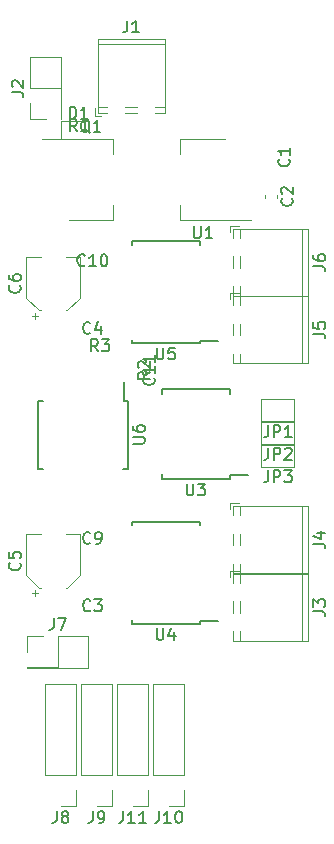
<source format=gto>
G04 #@! TF.GenerationSoftware,KiCad,Pcbnew,(5.0.0)*
G04 #@! TF.CreationDate,2018-10-16T17:28:41+01:00*
G04 #@! TF.ProjectId,Motor_Toshiba_Shield,4D6F746F725F546F73686962615F5368,rev?*
G04 #@! TF.SameCoordinates,Original*
G04 #@! TF.FileFunction,Legend,Top*
G04 #@! TF.FilePolarity,Positive*
%FSLAX46Y46*%
G04 Gerber Fmt 4.6, Leading zero omitted, Abs format (unit mm)*
G04 Created by KiCad (PCBNEW (5.0.0)) date 10/16/18 17:28:41*
%MOMM*%
%LPD*%
G01*
G04 APERTURE LIST*
%ADD10C,0.150000*%
%ADD11C,0.120000*%
G04 APERTURE END LIST*
D10*
G04 #@! TO.C,U3*
X131145000Y-98384000D02*
X131145000Y-98034000D01*
X125395000Y-98384000D02*
X125395000Y-97934000D01*
X125395000Y-90734000D02*
X125395000Y-91184000D01*
X131145000Y-90734000D02*
X131145000Y-91184000D01*
X131145000Y-98384000D02*
X125395000Y-98384000D01*
X131145000Y-90734000D02*
X125395000Y-90734000D01*
X131145000Y-98034000D02*
X132745000Y-98034000D01*
D11*
G04 #@! TO.C,C2*
X135130000Y-74284721D02*
X135130000Y-74610279D01*
X134110000Y-74284721D02*
X134110000Y-74610279D01*
G04 #@! TO.C,C5*
X114395000Y-108055000D02*
X114895000Y-108055000D01*
X114645000Y-108305000D02*
X114645000Y-107805000D01*
X117400563Y-107565000D02*
X118465000Y-106500563D01*
X115009437Y-107565000D02*
X113945000Y-106500563D01*
X115009437Y-107565000D02*
X115145000Y-107565000D01*
X117400563Y-107565000D02*
X117265000Y-107565000D01*
X118465000Y-106500563D02*
X118465000Y-103045000D01*
X113945000Y-106500563D02*
X113945000Y-103045000D01*
X113945000Y-103045000D02*
X115145000Y-103045000D01*
X118465000Y-103045000D02*
X117265000Y-103045000D01*
G04 #@! TO.C,C6*
X118465000Y-79550000D02*
X117265000Y-79550000D01*
X113945000Y-79550000D02*
X115145000Y-79550000D01*
X113945000Y-83005563D02*
X113945000Y-79550000D01*
X118465000Y-83005563D02*
X118465000Y-79550000D01*
X117400563Y-84070000D02*
X117265000Y-84070000D01*
X115009437Y-84070000D02*
X115145000Y-84070000D01*
X115009437Y-84070000D02*
X113945000Y-83005563D01*
X117400563Y-84070000D02*
X118465000Y-83005563D01*
X114645000Y-84810000D02*
X114645000Y-84310000D01*
X114395000Y-84560000D02*
X114895000Y-84560000D01*
G04 #@! TO.C,D1*
X119138500Y-68099000D02*
X116853500Y-68099000D01*
X116853500Y-68099000D02*
X116853500Y-69569000D01*
X116853500Y-69569000D02*
X119138500Y-69569000D01*
G04 #@! TO.C,J1*
X119979000Y-66862000D02*
X120749000Y-66862000D01*
X122329000Y-66862000D02*
X123289000Y-66862000D01*
X124869000Y-66862000D02*
X125639000Y-66862000D01*
X119979000Y-61562000D02*
X125639000Y-61562000D01*
X119979000Y-61102000D02*
X125639000Y-61102000D01*
X119979000Y-67422000D02*
X120749000Y-67422000D01*
X122329000Y-67422000D02*
X123289000Y-67422000D01*
X124869000Y-67422000D02*
X125639000Y-67422000D01*
X119979000Y-61102000D02*
X119979000Y-67422000D01*
X125639000Y-61102000D02*
X125639000Y-67422000D01*
X119739000Y-66922000D02*
X119739000Y-67662000D01*
X119739000Y-67662000D02*
X120239000Y-67662000D01*
G04 #@! TO.C,J2*
X114240000Y-67878000D02*
X114240000Y-66548000D01*
X115570000Y-67878000D02*
X114240000Y-67878000D01*
X114240000Y-65278000D02*
X114240000Y-62678000D01*
X116840000Y-65278000D02*
X114240000Y-65278000D01*
X116840000Y-67878000D02*
X116840000Y-65278000D01*
X114240000Y-62678000D02*
X116900000Y-62678000D01*
X116840000Y-67878000D02*
X116900000Y-67878000D01*
X116900000Y-67878000D02*
X116900000Y-62678000D01*
G04 #@! TO.C,J3*
X131220000Y-106150000D02*
X131220000Y-106650000D01*
X131960000Y-106150000D02*
X131220000Y-106150000D01*
X137780000Y-112050000D02*
X131460000Y-112050000D01*
X137780000Y-106390000D02*
X131460000Y-106390000D01*
X131460000Y-111280000D02*
X131460000Y-112050000D01*
X131460000Y-108740000D02*
X131460000Y-109700000D01*
X131460000Y-106390000D02*
X131460000Y-107160000D01*
X137780000Y-106390000D02*
X137780000Y-112050000D01*
X137320000Y-106390000D02*
X137320000Y-112050000D01*
X132020000Y-111280000D02*
X132020000Y-112050000D01*
X132020000Y-108740000D02*
X132020000Y-109700000D01*
X132020000Y-106390000D02*
X132020000Y-107160000D01*
G04 #@! TO.C,J4*
X132020000Y-100675000D02*
X132020000Y-101445000D01*
X132020000Y-103025000D02*
X132020000Y-103985000D01*
X132020000Y-105565000D02*
X132020000Y-106335000D01*
X137320000Y-100675000D02*
X137320000Y-106335000D01*
X137780000Y-100675000D02*
X137780000Y-106335000D01*
X131460000Y-100675000D02*
X131460000Y-101445000D01*
X131460000Y-103025000D02*
X131460000Y-103985000D01*
X131460000Y-105565000D02*
X131460000Y-106335000D01*
X137780000Y-100675000D02*
X131460000Y-100675000D01*
X137780000Y-106335000D02*
X131460000Y-106335000D01*
X131960000Y-100435000D02*
X131220000Y-100435000D01*
X131220000Y-100435000D02*
X131220000Y-100935000D01*
G04 #@! TO.C,J5*
X131220000Y-82655000D02*
X131220000Y-83155000D01*
X131960000Y-82655000D02*
X131220000Y-82655000D01*
X137780000Y-88555000D02*
X131460000Y-88555000D01*
X137780000Y-82895000D02*
X131460000Y-82895000D01*
X131460000Y-87785000D02*
X131460000Y-88555000D01*
X131460000Y-85245000D02*
X131460000Y-86205000D01*
X131460000Y-82895000D02*
X131460000Y-83665000D01*
X137780000Y-82895000D02*
X137780000Y-88555000D01*
X137320000Y-82895000D02*
X137320000Y-88555000D01*
X132020000Y-87785000D02*
X132020000Y-88555000D01*
X132020000Y-85245000D02*
X132020000Y-86205000D01*
X132020000Y-82895000D02*
X132020000Y-83665000D01*
G04 #@! TO.C,J6*
X132020000Y-77180000D02*
X132020000Y-77950000D01*
X132020000Y-79530000D02*
X132020000Y-80490000D01*
X132020000Y-82070000D02*
X132020000Y-82840000D01*
X137320000Y-77180000D02*
X137320000Y-82840000D01*
X137780000Y-77180000D02*
X137780000Y-82840000D01*
X131460000Y-77180000D02*
X131460000Y-77950000D01*
X131460000Y-79530000D02*
X131460000Y-80490000D01*
X131460000Y-82070000D02*
X131460000Y-82840000D01*
X137780000Y-77180000D02*
X131460000Y-77180000D01*
X137780000Y-82840000D02*
X131460000Y-82840000D01*
X131960000Y-76940000D02*
X131220000Y-76940000D01*
X131220000Y-76940000D02*
X131220000Y-77440000D01*
G04 #@! TO.C,J7*
X113986000Y-114360000D02*
X119186000Y-114360000D01*
X113986000Y-114300000D02*
X113986000Y-114360000D01*
X119186000Y-111700000D02*
X119186000Y-114360000D01*
X113986000Y-114300000D02*
X116586000Y-114300000D01*
X116586000Y-114300000D02*
X116586000Y-111700000D01*
X116586000Y-111700000D02*
X119186000Y-111700000D01*
X113986000Y-113030000D02*
X113986000Y-111700000D01*
X113986000Y-111700000D02*
X115316000Y-111700000D01*
G04 #@! TO.C,Q1*
X121315000Y-76435000D02*
X121315000Y-75175000D01*
X121315000Y-69615000D02*
X121315000Y-70875000D01*
X117555000Y-76435000D02*
X121315000Y-76435000D01*
X115305000Y-69615000D02*
X121315000Y-69615000D01*
G04 #@! TO.C,U1*
X126970000Y-69615000D02*
X126970000Y-70875000D01*
X126970000Y-76435000D02*
X126970000Y-75175000D01*
X130730000Y-69615000D02*
X126970000Y-69615000D01*
X132980000Y-76435000D02*
X126970000Y-76435000D01*
D10*
G04 #@! TO.C,U4*
X128605000Y-110399000D02*
X130205000Y-110399000D01*
X128605000Y-101974000D02*
X122855000Y-101974000D01*
X128605000Y-110624000D02*
X122855000Y-110624000D01*
X128605000Y-101974000D02*
X128605000Y-102274000D01*
X122855000Y-101974000D02*
X122855000Y-102274000D01*
X122855000Y-110624000D02*
X122855000Y-110324000D01*
X128605000Y-110624000D02*
X128605000Y-110399000D01*
G04 #@! TO.C,U5*
X128605000Y-86875000D02*
X128605000Y-86650000D01*
X122855000Y-86875000D02*
X122855000Y-86575000D01*
X122855000Y-78225000D02*
X122855000Y-78525000D01*
X128605000Y-78225000D02*
X128605000Y-78525000D01*
X128605000Y-86875000D02*
X122855000Y-86875000D01*
X128605000Y-78225000D02*
X122855000Y-78225000D01*
X128605000Y-86650000D02*
X130205000Y-86650000D01*
G04 #@! TO.C,U6*
X122220000Y-91740000D02*
X122220000Y-90140000D01*
X114920000Y-91740000D02*
X114920000Y-97490000D01*
X122570000Y-91740000D02*
X122570000Y-97490000D01*
X114920000Y-91740000D02*
X115370000Y-91740000D01*
X114920000Y-97490000D02*
X115370000Y-97490000D01*
X122570000Y-97490000D02*
X122120000Y-97490000D01*
X122570000Y-91740000D02*
X122220000Y-91740000D01*
D11*
G04 #@! TO.C,JP1*
X136640000Y-91583000D02*
X136640000Y-93583000D01*
X133840000Y-91583000D02*
X136640000Y-91583000D01*
X133840000Y-93583000D02*
X133840000Y-91583000D01*
X136640000Y-93583000D02*
X133840000Y-93583000D01*
G04 #@! TO.C,JP2*
X136640000Y-95488000D02*
X133840000Y-95488000D01*
X133840000Y-95488000D02*
X133840000Y-93488000D01*
X133840000Y-93488000D02*
X136640000Y-93488000D01*
X136640000Y-93488000D02*
X136640000Y-95488000D01*
G04 #@! TO.C,JP3*
X136640000Y-95393000D02*
X136640000Y-97393000D01*
X133840000Y-95393000D02*
X136640000Y-95393000D01*
X133840000Y-97393000D02*
X133840000Y-95393000D01*
X136640000Y-97393000D02*
X133840000Y-97393000D01*
G04 #@! TO.C,J8*
X118170000Y-115764000D02*
X115510000Y-115764000D01*
X118170000Y-123444000D02*
X118170000Y-115764000D01*
X115510000Y-123444000D02*
X115510000Y-115764000D01*
X118170000Y-123444000D02*
X115510000Y-123444000D01*
X118170000Y-124714000D02*
X118170000Y-126044000D01*
X118170000Y-126044000D02*
X116840000Y-126044000D01*
G04 #@! TO.C,J9*
X121218000Y-126044000D02*
X119888000Y-126044000D01*
X121218000Y-124714000D02*
X121218000Y-126044000D01*
X121218000Y-123444000D02*
X118558000Y-123444000D01*
X118558000Y-123444000D02*
X118558000Y-115764000D01*
X121218000Y-123444000D02*
X121218000Y-115764000D01*
X121218000Y-115764000D02*
X118558000Y-115764000D01*
G04 #@! TO.C,J10*
X127314000Y-115764000D02*
X124654000Y-115764000D01*
X127314000Y-123444000D02*
X127314000Y-115764000D01*
X124654000Y-123444000D02*
X124654000Y-115764000D01*
X127314000Y-123444000D02*
X124654000Y-123444000D01*
X127314000Y-124714000D02*
X127314000Y-126044000D01*
X127314000Y-126044000D02*
X125984000Y-126044000D01*
G04 #@! TO.C,J11*
X124266000Y-126044000D02*
X122936000Y-126044000D01*
X124266000Y-124714000D02*
X124266000Y-126044000D01*
X124266000Y-123444000D02*
X121606000Y-123444000D01*
X121606000Y-123444000D02*
X121606000Y-115764000D01*
X124266000Y-123444000D02*
X124266000Y-115764000D01*
X124266000Y-115764000D02*
X121606000Y-115764000D01*
G04 #@! TO.C,U3*
D10*
X127508095Y-98761380D02*
X127508095Y-99570904D01*
X127555714Y-99666142D01*
X127603333Y-99713761D01*
X127698571Y-99761380D01*
X127889047Y-99761380D01*
X127984285Y-99713761D01*
X128031904Y-99666142D01*
X128079523Y-99570904D01*
X128079523Y-98761380D01*
X128460476Y-98761380D02*
X129079523Y-98761380D01*
X128746190Y-99142333D01*
X128889047Y-99142333D01*
X128984285Y-99189952D01*
X129031904Y-99237571D01*
X129079523Y-99332809D01*
X129079523Y-99570904D01*
X129031904Y-99666142D01*
X128984285Y-99713761D01*
X128889047Y-99761380D01*
X128603333Y-99761380D01*
X128508095Y-99713761D01*
X128460476Y-99666142D01*
G04 #@! TO.C,C1*
X136147142Y-71286666D02*
X136194761Y-71334285D01*
X136242380Y-71477142D01*
X136242380Y-71572380D01*
X136194761Y-71715238D01*
X136099523Y-71810476D01*
X136004285Y-71858095D01*
X135813809Y-71905714D01*
X135670952Y-71905714D01*
X135480476Y-71858095D01*
X135385238Y-71810476D01*
X135290000Y-71715238D01*
X135242380Y-71572380D01*
X135242380Y-71477142D01*
X135290000Y-71334285D01*
X135337619Y-71286666D01*
X136242380Y-70334285D02*
X136242380Y-70905714D01*
X136242380Y-70620000D02*
X135242380Y-70620000D01*
X135385238Y-70715238D01*
X135480476Y-70810476D01*
X135528095Y-70905714D01*
G04 #@! TO.C,C2*
X136407142Y-74614166D02*
X136454761Y-74661785D01*
X136502380Y-74804642D01*
X136502380Y-74899880D01*
X136454761Y-75042738D01*
X136359523Y-75137976D01*
X136264285Y-75185595D01*
X136073809Y-75233214D01*
X135930952Y-75233214D01*
X135740476Y-75185595D01*
X135645238Y-75137976D01*
X135550000Y-75042738D01*
X135502380Y-74899880D01*
X135502380Y-74804642D01*
X135550000Y-74661785D01*
X135597619Y-74614166D01*
X135597619Y-74233214D02*
X135550000Y-74185595D01*
X135502380Y-74090357D01*
X135502380Y-73852261D01*
X135550000Y-73757023D01*
X135597619Y-73709404D01*
X135692857Y-73661785D01*
X135788095Y-73661785D01*
X135930952Y-73709404D01*
X136502380Y-74280833D01*
X136502380Y-73661785D01*
G04 #@! TO.C,C3*
X119363333Y-109477142D02*
X119315714Y-109524761D01*
X119172857Y-109572380D01*
X119077619Y-109572380D01*
X118934761Y-109524761D01*
X118839523Y-109429523D01*
X118791904Y-109334285D01*
X118744285Y-109143809D01*
X118744285Y-109000952D01*
X118791904Y-108810476D01*
X118839523Y-108715238D01*
X118934761Y-108620000D01*
X119077619Y-108572380D01*
X119172857Y-108572380D01*
X119315714Y-108620000D01*
X119363333Y-108667619D01*
X119696666Y-108572380D02*
X120315714Y-108572380D01*
X119982380Y-108953333D01*
X120125238Y-108953333D01*
X120220476Y-109000952D01*
X120268095Y-109048571D01*
X120315714Y-109143809D01*
X120315714Y-109381904D01*
X120268095Y-109477142D01*
X120220476Y-109524761D01*
X120125238Y-109572380D01*
X119839523Y-109572380D01*
X119744285Y-109524761D01*
X119696666Y-109477142D01*
G04 #@! TO.C,C4*
X119363333Y-85982142D02*
X119315714Y-86029761D01*
X119172857Y-86077380D01*
X119077619Y-86077380D01*
X118934761Y-86029761D01*
X118839523Y-85934523D01*
X118791904Y-85839285D01*
X118744285Y-85648809D01*
X118744285Y-85505952D01*
X118791904Y-85315476D01*
X118839523Y-85220238D01*
X118934761Y-85125000D01*
X119077619Y-85077380D01*
X119172857Y-85077380D01*
X119315714Y-85125000D01*
X119363333Y-85172619D01*
X120220476Y-85410714D02*
X120220476Y-86077380D01*
X119982380Y-85029761D02*
X119744285Y-85744047D01*
X120363333Y-85744047D01*
G04 #@! TO.C,C5*
X113362142Y-105471666D02*
X113409761Y-105519285D01*
X113457380Y-105662142D01*
X113457380Y-105757380D01*
X113409761Y-105900238D01*
X113314523Y-105995476D01*
X113219285Y-106043095D01*
X113028809Y-106090714D01*
X112885952Y-106090714D01*
X112695476Y-106043095D01*
X112600238Y-105995476D01*
X112505000Y-105900238D01*
X112457380Y-105757380D01*
X112457380Y-105662142D01*
X112505000Y-105519285D01*
X112552619Y-105471666D01*
X112457380Y-104566904D02*
X112457380Y-105043095D01*
X112933571Y-105090714D01*
X112885952Y-105043095D01*
X112838333Y-104947857D01*
X112838333Y-104709761D01*
X112885952Y-104614523D01*
X112933571Y-104566904D01*
X113028809Y-104519285D01*
X113266904Y-104519285D01*
X113362142Y-104566904D01*
X113409761Y-104614523D01*
X113457380Y-104709761D01*
X113457380Y-104947857D01*
X113409761Y-105043095D01*
X113362142Y-105090714D01*
G04 #@! TO.C,C6*
X113362142Y-81976666D02*
X113409761Y-82024285D01*
X113457380Y-82167142D01*
X113457380Y-82262380D01*
X113409761Y-82405238D01*
X113314523Y-82500476D01*
X113219285Y-82548095D01*
X113028809Y-82595714D01*
X112885952Y-82595714D01*
X112695476Y-82548095D01*
X112600238Y-82500476D01*
X112505000Y-82405238D01*
X112457380Y-82262380D01*
X112457380Y-82167142D01*
X112505000Y-82024285D01*
X112552619Y-81976666D01*
X112457380Y-81119523D02*
X112457380Y-81310000D01*
X112505000Y-81405238D01*
X112552619Y-81452857D01*
X112695476Y-81548095D01*
X112885952Y-81595714D01*
X113266904Y-81595714D01*
X113362142Y-81548095D01*
X113409761Y-81500476D01*
X113457380Y-81405238D01*
X113457380Y-81214761D01*
X113409761Y-81119523D01*
X113362142Y-81071904D01*
X113266904Y-81024285D01*
X113028809Y-81024285D01*
X112933571Y-81071904D01*
X112885952Y-81119523D01*
X112838333Y-81214761D01*
X112838333Y-81405238D01*
X112885952Y-81500476D01*
X112933571Y-81548095D01*
X113028809Y-81595714D01*
G04 #@! TO.C,C9*
X119363333Y-103762142D02*
X119315714Y-103809761D01*
X119172857Y-103857380D01*
X119077619Y-103857380D01*
X118934761Y-103809761D01*
X118839523Y-103714523D01*
X118791904Y-103619285D01*
X118744285Y-103428809D01*
X118744285Y-103285952D01*
X118791904Y-103095476D01*
X118839523Y-103000238D01*
X118934761Y-102905000D01*
X119077619Y-102857380D01*
X119172857Y-102857380D01*
X119315714Y-102905000D01*
X119363333Y-102952619D01*
X119839523Y-103857380D02*
X120030000Y-103857380D01*
X120125238Y-103809761D01*
X120172857Y-103762142D01*
X120268095Y-103619285D01*
X120315714Y-103428809D01*
X120315714Y-103047857D01*
X120268095Y-102952619D01*
X120220476Y-102905000D01*
X120125238Y-102857380D01*
X119934761Y-102857380D01*
X119839523Y-102905000D01*
X119791904Y-102952619D01*
X119744285Y-103047857D01*
X119744285Y-103285952D01*
X119791904Y-103381190D01*
X119839523Y-103428809D01*
X119934761Y-103476428D01*
X120125238Y-103476428D01*
X120220476Y-103428809D01*
X120268095Y-103381190D01*
X120315714Y-103285952D01*
G04 #@! TO.C,C10*
X118887142Y-80267142D02*
X118839523Y-80314761D01*
X118696666Y-80362380D01*
X118601428Y-80362380D01*
X118458571Y-80314761D01*
X118363333Y-80219523D01*
X118315714Y-80124285D01*
X118268095Y-79933809D01*
X118268095Y-79790952D01*
X118315714Y-79600476D01*
X118363333Y-79505238D01*
X118458571Y-79410000D01*
X118601428Y-79362380D01*
X118696666Y-79362380D01*
X118839523Y-79410000D01*
X118887142Y-79457619D01*
X119839523Y-80362380D02*
X119268095Y-80362380D01*
X119553809Y-80362380D02*
X119553809Y-79362380D01*
X119458571Y-79505238D01*
X119363333Y-79600476D01*
X119268095Y-79648095D01*
X120458571Y-79362380D02*
X120553809Y-79362380D01*
X120649047Y-79410000D01*
X120696666Y-79457619D01*
X120744285Y-79552857D01*
X120791904Y-79743333D01*
X120791904Y-79981428D01*
X120744285Y-80171904D01*
X120696666Y-80267142D01*
X120649047Y-80314761D01*
X120553809Y-80362380D01*
X120458571Y-80362380D01*
X120363333Y-80314761D01*
X120315714Y-80267142D01*
X120268095Y-80171904D01*
X120220476Y-79981428D01*
X120220476Y-79743333D01*
X120268095Y-79552857D01*
X120315714Y-79457619D01*
X120363333Y-79410000D01*
X120458571Y-79362380D01*
G04 #@! TO.C,C11*
X124717142Y-89796857D02*
X124764761Y-89844476D01*
X124812380Y-89987333D01*
X124812380Y-90082571D01*
X124764761Y-90225428D01*
X124669523Y-90320666D01*
X124574285Y-90368285D01*
X124383809Y-90415904D01*
X124240952Y-90415904D01*
X124050476Y-90368285D01*
X123955238Y-90320666D01*
X123860000Y-90225428D01*
X123812380Y-90082571D01*
X123812380Y-89987333D01*
X123860000Y-89844476D01*
X123907619Y-89796857D01*
X124812380Y-88844476D02*
X124812380Y-89415904D01*
X124812380Y-89130190D02*
X123812380Y-89130190D01*
X123955238Y-89225428D01*
X124050476Y-89320666D01*
X124098095Y-89415904D01*
X124812380Y-87892095D02*
X124812380Y-88463523D01*
X124812380Y-88177809D02*
X123812380Y-88177809D01*
X123955238Y-88273047D01*
X124050476Y-88368285D01*
X124098095Y-88463523D01*
G04 #@! TO.C,D1*
X117600404Y-67856380D02*
X117600404Y-66856380D01*
X117838500Y-66856380D01*
X117981357Y-66904000D01*
X118076595Y-66999238D01*
X118124214Y-67094476D01*
X118171833Y-67284952D01*
X118171833Y-67427809D01*
X118124214Y-67618285D01*
X118076595Y-67713523D01*
X117981357Y-67808761D01*
X117838500Y-67856380D01*
X117600404Y-67856380D01*
X119124214Y-67856380D02*
X118552785Y-67856380D01*
X118838500Y-67856380D02*
X118838500Y-66856380D01*
X118743261Y-66999238D01*
X118648023Y-67094476D01*
X118552785Y-67142095D01*
G04 #@! TO.C,J1*
X122475666Y-59554380D02*
X122475666Y-60268666D01*
X122428047Y-60411523D01*
X122332809Y-60506761D01*
X122189952Y-60554380D01*
X122094714Y-60554380D01*
X123475666Y-60554380D02*
X122904238Y-60554380D01*
X123189952Y-60554380D02*
X123189952Y-59554380D01*
X123094714Y-59697238D01*
X122999476Y-59792476D01*
X122904238Y-59840095D01*
G04 #@! TO.C,J2*
X112692380Y-65611333D02*
X113406666Y-65611333D01*
X113549523Y-65658952D01*
X113644761Y-65754190D01*
X113692380Y-65897047D01*
X113692380Y-65992285D01*
X112787619Y-65182761D02*
X112740000Y-65135142D01*
X112692380Y-65039904D01*
X112692380Y-64801809D01*
X112740000Y-64706571D01*
X112787619Y-64658952D01*
X112882857Y-64611333D01*
X112978095Y-64611333D01*
X113120952Y-64658952D01*
X113692380Y-65230380D01*
X113692380Y-64611333D01*
G04 #@! TO.C,J3*
X138232380Y-109553333D02*
X138946666Y-109553333D01*
X139089523Y-109600952D01*
X139184761Y-109696190D01*
X139232380Y-109839047D01*
X139232380Y-109934285D01*
X138232380Y-109172380D02*
X138232380Y-108553333D01*
X138613333Y-108886666D01*
X138613333Y-108743809D01*
X138660952Y-108648571D01*
X138708571Y-108600952D01*
X138803809Y-108553333D01*
X139041904Y-108553333D01*
X139137142Y-108600952D01*
X139184761Y-108648571D01*
X139232380Y-108743809D01*
X139232380Y-109029523D01*
X139184761Y-109124761D01*
X139137142Y-109172380D01*
G04 #@! TO.C,J4*
X138232380Y-103838333D02*
X138946666Y-103838333D01*
X139089523Y-103885952D01*
X139184761Y-103981190D01*
X139232380Y-104124047D01*
X139232380Y-104219285D01*
X138565714Y-102933571D02*
X139232380Y-102933571D01*
X138184761Y-103171666D02*
X138899047Y-103409761D01*
X138899047Y-102790714D01*
G04 #@! TO.C,J5*
X138232380Y-86058333D02*
X138946666Y-86058333D01*
X139089523Y-86105952D01*
X139184761Y-86201190D01*
X139232380Y-86344047D01*
X139232380Y-86439285D01*
X138232380Y-85105952D02*
X138232380Y-85582142D01*
X138708571Y-85629761D01*
X138660952Y-85582142D01*
X138613333Y-85486904D01*
X138613333Y-85248809D01*
X138660952Y-85153571D01*
X138708571Y-85105952D01*
X138803809Y-85058333D01*
X139041904Y-85058333D01*
X139137142Y-85105952D01*
X139184761Y-85153571D01*
X139232380Y-85248809D01*
X139232380Y-85486904D01*
X139184761Y-85582142D01*
X139137142Y-85629761D01*
G04 #@! TO.C,J6*
X138232380Y-80343333D02*
X138946666Y-80343333D01*
X139089523Y-80390952D01*
X139184761Y-80486190D01*
X139232380Y-80629047D01*
X139232380Y-80724285D01*
X138232380Y-79438571D02*
X138232380Y-79629047D01*
X138280000Y-79724285D01*
X138327619Y-79771904D01*
X138470476Y-79867142D01*
X138660952Y-79914761D01*
X139041904Y-79914761D01*
X139137142Y-79867142D01*
X139184761Y-79819523D01*
X139232380Y-79724285D01*
X139232380Y-79533809D01*
X139184761Y-79438571D01*
X139137142Y-79390952D01*
X139041904Y-79343333D01*
X138803809Y-79343333D01*
X138708571Y-79390952D01*
X138660952Y-79438571D01*
X138613333Y-79533809D01*
X138613333Y-79724285D01*
X138660952Y-79819523D01*
X138708571Y-79867142D01*
X138803809Y-79914761D01*
G04 #@! TO.C,J7*
X116252666Y-110152380D02*
X116252666Y-110866666D01*
X116205047Y-111009523D01*
X116109809Y-111104761D01*
X115966952Y-111152380D01*
X115871714Y-111152380D01*
X116633619Y-110152380D02*
X117300285Y-110152380D01*
X116871714Y-111152380D01*
G04 #@! TO.C,Q1*
X119309761Y-69072619D02*
X119214523Y-69025000D01*
X119119285Y-68929761D01*
X118976428Y-68786904D01*
X118881190Y-68739285D01*
X118785952Y-68739285D01*
X118833571Y-68977380D02*
X118738333Y-68929761D01*
X118643095Y-68834523D01*
X118595476Y-68644047D01*
X118595476Y-68310714D01*
X118643095Y-68120238D01*
X118738333Y-68025000D01*
X118833571Y-67977380D01*
X119024047Y-67977380D01*
X119119285Y-68025000D01*
X119214523Y-68120238D01*
X119262142Y-68310714D01*
X119262142Y-68644047D01*
X119214523Y-68834523D01*
X119119285Y-68929761D01*
X119024047Y-68977380D01*
X118833571Y-68977380D01*
X120214523Y-68977380D02*
X119643095Y-68977380D01*
X119928809Y-68977380D02*
X119928809Y-67977380D01*
X119833571Y-68120238D01*
X119738333Y-68215476D01*
X119643095Y-68263095D01*
G04 #@! TO.C,R1*
X118220333Y-68932380D02*
X117887000Y-68456190D01*
X117648904Y-68932380D02*
X117648904Y-67932380D01*
X118029857Y-67932380D01*
X118125095Y-67980000D01*
X118172714Y-68027619D01*
X118220333Y-68122857D01*
X118220333Y-68265714D01*
X118172714Y-68360952D01*
X118125095Y-68408571D01*
X118029857Y-68456190D01*
X117648904Y-68456190D01*
X119172714Y-68932380D02*
X118601285Y-68932380D01*
X118887000Y-68932380D02*
X118887000Y-67932380D01*
X118791761Y-68075238D01*
X118696523Y-68170476D01*
X118601285Y-68218095D01*
G04 #@! TO.C,R2*
X124377380Y-89343666D02*
X123901190Y-89677000D01*
X124377380Y-89915095D02*
X123377380Y-89915095D01*
X123377380Y-89534142D01*
X123425000Y-89438904D01*
X123472619Y-89391285D01*
X123567857Y-89343666D01*
X123710714Y-89343666D01*
X123805952Y-89391285D01*
X123853571Y-89438904D01*
X123901190Y-89534142D01*
X123901190Y-89915095D01*
X123472619Y-88962714D02*
X123425000Y-88915095D01*
X123377380Y-88819857D01*
X123377380Y-88581761D01*
X123425000Y-88486523D01*
X123472619Y-88438904D01*
X123567857Y-88391285D01*
X123663095Y-88391285D01*
X123805952Y-88438904D01*
X124377380Y-89010333D01*
X124377380Y-88391285D01*
G04 #@! TO.C,R3*
X119998333Y-87547380D02*
X119665000Y-87071190D01*
X119426904Y-87547380D02*
X119426904Y-86547380D01*
X119807857Y-86547380D01*
X119903095Y-86595000D01*
X119950714Y-86642619D01*
X119998333Y-86737857D01*
X119998333Y-86880714D01*
X119950714Y-86975952D01*
X119903095Y-87023571D01*
X119807857Y-87071190D01*
X119426904Y-87071190D01*
X120331666Y-86547380D02*
X120950714Y-86547380D01*
X120617380Y-86928333D01*
X120760238Y-86928333D01*
X120855476Y-86975952D01*
X120903095Y-87023571D01*
X120950714Y-87118809D01*
X120950714Y-87356904D01*
X120903095Y-87452142D01*
X120855476Y-87499761D01*
X120760238Y-87547380D01*
X120474523Y-87547380D01*
X120379285Y-87499761D01*
X120331666Y-87452142D01*
G04 #@! TO.C,U1*
X128118095Y-76977380D02*
X128118095Y-77786904D01*
X128165714Y-77882142D01*
X128213333Y-77929761D01*
X128308571Y-77977380D01*
X128499047Y-77977380D01*
X128594285Y-77929761D01*
X128641904Y-77882142D01*
X128689523Y-77786904D01*
X128689523Y-76977380D01*
X129689523Y-77977380D02*
X129118095Y-77977380D01*
X129403809Y-77977380D02*
X129403809Y-76977380D01*
X129308571Y-77120238D01*
X129213333Y-77215476D01*
X129118095Y-77263095D01*
G04 #@! TO.C,U4*
X124968095Y-111001380D02*
X124968095Y-111810904D01*
X125015714Y-111906142D01*
X125063333Y-111953761D01*
X125158571Y-112001380D01*
X125349047Y-112001380D01*
X125444285Y-111953761D01*
X125491904Y-111906142D01*
X125539523Y-111810904D01*
X125539523Y-111001380D01*
X126444285Y-111334714D02*
X126444285Y-112001380D01*
X126206190Y-110953761D02*
X125968095Y-111668047D01*
X126587142Y-111668047D01*
G04 #@! TO.C,U5*
X124968095Y-87252380D02*
X124968095Y-88061904D01*
X125015714Y-88157142D01*
X125063333Y-88204761D01*
X125158571Y-88252380D01*
X125349047Y-88252380D01*
X125444285Y-88204761D01*
X125491904Y-88157142D01*
X125539523Y-88061904D01*
X125539523Y-87252380D01*
X126491904Y-87252380D02*
X126015714Y-87252380D01*
X125968095Y-87728571D01*
X126015714Y-87680952D01*
X126110952Y-87633333D01*
X126349047Y-87633333D01*
X126444285Y-87680952D01*
X126491904Y-87728571D01*
X126539523Y-87823809D01*
X126539523Y-88061904D01*
X126491904Y-88157142D01*
X126444285Y-88204761D01*
X126349047Y-88252380D01*
X126110952Y-88252380D01*
X126015714Y-88204761D01*
X125968095Y-88157142D01*
G04 #@! TO.C,U6*
X122947380Y-95376904D02*
X123756904Y-95376904D01*
X123852142Y-95329285D01*
X123899761Y-95281666D01*
X123947380Y-95186428D01*
X123947380Y-94995952D01*
X123899761Y-94900714D01*
X123852142Y-94853095D01*
X123756904Y-94805476D01*
X122947380Y-94805476D01*
X122947380Y-93900714D02*
X122947380Y-94091190D01*
X122995000Y-94186428D01*
X123042619Y-94234047D01*
X123185476Y-94329285D01*
X123375952Y-94376904D01*
X123756904Y-94376904D01*
X123852142Y-94329285D01*
X123899761Y-94281666D01*
X123947380Y-94186428D01*
X123947380Y-93995952D01*
X123899761Y-93900714D01*
X123852142Y-93853095D01*
X123756904Y-93805476D01*
X123518809Y-93805476D01*
X123423571Y-93853095D01*
X123375952Y-93900714D01*
X123328333Y-93995952D01*
X123328333Y-94186428D01*
X123375952Y-94281666D01*
X123423571Y-94329285D01*
X123518809Y-94376904D01*
G04 #@! TO.C,JP1*
X134406666Y-93835380D02*
X134406666Y-94549666D01*
X134359047Y-94692523D01*
X134263809Y-94787761D01*
X134120952Y-94835380D01*
X134025714Y-94835380D01*
X134882857Y-94835380D02*
X134882857Y-93835380D01*
X135263809Y-93835380D01*
X135359047Y-93883000D01*
X135406666Y-93930619D01*
X135454285Y-94025857D01*
X135454285Y-94168714D01*
X135406666Y-94263952D01*
X135359047Y-94311571D01*
X135263809Y-94359190D01*
X134882857Y-94359190D01*
X136406666Y-94835380D02*
X135835238Y-94835380D01*
X136120952Y-94835380D02*
X136120952Y-93835380D01*
X136025714Y-93978238D01*
X135930476Y-94073476D01*
X135835238Y-94121095D01*
G04 #@! TO.C,JP2*
X134406666Y-95740380D02*
X134406666Y-96454666D01*
X134359047Y-96597523D01*
X134263809Y-96692761D01*
X134120952Y-96740380D01*
X134025714Y-96740380D01*
X134882857Y-96740380D02*
X134882857Y-95740380D01*
X135263809Y-95740380D01*
X135359047Y-95788000D01*
X135406666Y-95835619D01*
X135454285Y-95930857D01*
X135454285Y-96073714D01*
X135406666Y-96168952D01*
X135359047Y-96216571D01*
X135263809Y-96264190D01*
X134882857Y-96264190D01*
X135835238Y-95835619D02*
X135882857Y-95788000D01*
X135978095Y-95740380D01*
X136216190Y-95740380D01*
X136311428Y-95788000D01*
X136359047Y-95835619D01*
X136406666Y-95930857D01*
X136406666Y-96026095D01*
X136359047Y-96168952D01*
X135787619Y-96740380D01*
X136406666Y-96740380D01*
G04 #@! TO.C,JP3*
X134406666Y-97645380D02*
X134406666Y-98359666D01*
X134359047Y-98502523D01*
X134263809Y-98597761D01*
X134120952Y-98645380D01*
X134025714Y-98645380D01*
X134882857Y-98645380D02*
X134882857Y-97645380D01*
X135263809Y-97645380D01*
X135359047Y-97693000D01*
X135406666Y-97740619D01*
X135454285Y-97835857D01*
X135454285Y-97978714D01*
X135406666Y-98073952D01*
X135359047Y-98121571D01*
X135263809Y-98169190D01*
X134882857Y-98169190D01*
X135787619Y-97645380D02*
X136406666Y-97645380D01*
X136073333Y-98026333D01*
X136216190Y-98026333D01*
X136311428Y-98073952D01*
X136359047Y-98121571D01*
X136406666Y-98216809D01*
X136406666Y-98454904D01*
X136359047Y-98550142D01*
X136311428Y-98597761D01*
X136216190Y-98645380D01*
X135930476Y-98645380D01*
X135835238Y-98597761D01*
X135787619Y-98550142D01*
G04 #@! TO.C,J8*
X116506666Y-126496380D02*
X116506666Y-127210666D01*
X116459047Y-127353523D01*
X116363809Y-127448761D01*
X116220952Y-127496380D01*
X116125714Y-127496380D01*
X117125714Y-126924952D02*
X117030476Y-126877333D01*
X116982857Y-126829714D01*
X116935238Y-126734476D01*
X116935238Y-126686857D01*
X116982857Y-126591619D01*
X117030476Y-126544000D01*
X117125714Y-126496380D01*
X117316190Y-126496380D01*
X117411428Y-126544000D01*
X117459047Y-126591619D01*
X117506666Y-126686857D01*
X117506666Y-126734476D01*
X117459047Y-126829714D01*
X117411428Y-126877333D01*
X117316190Y-126924952D01*
X117125714Y-126924952D01*
X117030476Y-126972571D01*
X116982857Y-127020190D01*
X116935238Y-127115428D01*
X116935238Y-127305904D01*
X116982857Y-127401142D01*
X117030476Y-127448761D01*
X117125714Y-127496380D01*
X117316190Y-127496380D01*
X117411428Y-127448761D01*
X117459047Y-127401142D01*
X117506666Y-127305904D01*
X117506666Y-127115428D01*
X117459047Y-127020190D01*
X117411428Y-126972571D01*
X117316190Y-126924952D01*
G04 #@! TO.C,J9*
X119554666Y-126496380D02*
X119554666Y-127210666D01*
X119507047Y-127353523D01*
X119411809Y-127448761D01*
X119268952Y-127496380D01*
X119173714Y-127496380D01*
X120078476Y-127496380D02*
X120268952Y-127496380D01*
X120364190Y-127448761D01*
X120411809Y-127401142D01*
X120507047Y-127258285D01*
X120554666Y-127067809D01*
X120554666Y-126686857D01*
X120507047Y-126591619D01*
X120459428Y-126544000D01*
X120364190Y-126496380D01*
X120173714Y-126496380D01*
X120078476Y-126544000D01*
X120030857Y-126591619D01*
X119983238Y-126686857D01*
X119983238Y-126924952D01*
X120030857Y-127020190D01*
X120078476Y-127067809D01*
X120173714Y-127115428D01*
X120364190Y-127115428D01*
X120459428Y-127067809D01*
X120507047Y-127020190D01*
X120554666Y-126924952D01*
G04 #@! TO.C,J10*
X125174476Y-126496380D02*
X125174476Y-127210666D01*
X125126857Y-127353523D01*
X125031619Y-127448761D01*
X124888761Y-127496380D01*
X124793523Y-127496380D01*
X126174476Y-127496380D02*
X125603047Y-127496380D01*
X125888761Y-127496380D02*
X125888761Y-126496380D01*
X125793523Y-126639238D01*
X125698285Y-126734476D01*
X125603047Y-126782095D01*
X126793523Y-126496380D02*
X126888761Y-126496380D01*
X126984000Y-126544000D01*
X127031619Y-126591619D01*
X127079238Y-126686857D01*
X127126857Y-126877333D01*
X127126857Y-127115428D01*
X127079238Y-127305904D01*
X127031619Y-127401142D01*
X126984000Y-127448761D01*
X126888761Y-127496380D01*
X126793523Y-127496380D01*
X126698285Y-127448761D01*
X126650666Y-127401142D01*
X126603047Y-127305904D01*
X126555428Y-127115428D01*
X126555428Y-126877333D01*
X126603047Y-126686857D01*
X126650666Y-126591619D01*
X126698285Y-126544000D01*
X126793523Y-126496380D01*
G04 #@! TO.C,J11*
X122126476Y-126496380D02*
X122126476Y-127210666D01*
X122078857Y-127353523D01*
X121983619Y-127448761D01*
X121840761Y-127496380D01*
X121745523Y-127496380D01*
X123126476Y-127496380D02*
X122555047Y-127496380D01*
X122840761Y-127496380D02*
X122840761Y-126496380D01*
X122745523Y-126639238D01*
X122650285Y-126734476D01*
X122555047Y-126782095D01*
X124078857Y-127496380D02*
X123507428Y-127496380D01*
X123793142Y-127496380D02*
X123793142Y-126496380D01*
X123697904Y-126639238D01*
X123602666Y-126734476D01*
X123507428Y-126782095D01*
G04 #@! TD*
M02*

</source>
